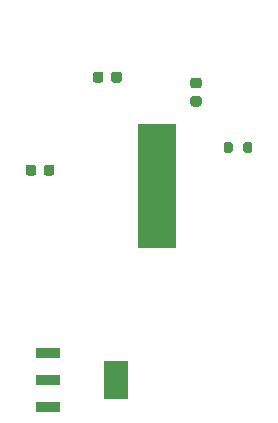
<source format=gbr>
%TF.GenerationSoftware,KiCad,Pcbnew,(5.1.9)-1*%
%TF.CreationDate,2021-02-22T18:11:05+01:00*%
%TF.ProjectId,bluePillG,626c7565-5069-46c6-9c47-2e6b69636164,rev?*%
%TF.SameCoordinates,Original*%
%TF.FileFunction,Paste,Bot*%
%TF.FilePolarity,Positive*%
%FSLAX46Y46*%
G04 Gerber Fmt 4.6, Leading zero omitted, Abs format (unit mm)*
G04 Created by KiCad (PCBNEW (5.1.9)-1) date 2021-02-22 18:11:05*
%MOMM*%
%LPD*%
G01*
G04 APERTURE LIST*
%ADD10R,2.150000X3.250000*%
%ADD11R,2.150000X0.950000*%
%ADD12R,3.200000X10.500000*%
G04 APERTURE END LIST*
D10*
%TO.C,U1*%
X68940000Y-88900000D03*
D11*
X63140000Y-91200000D03*
X63140000Y-88900000D03*
X63140000Y-86600000D03*
%TD*%
D12*
%TO.C,Y1*%
X72390000Y-72504000D03*
%TD*%
%TO.C,R6*%
G36*
G01*
X78822500Y-68940000D02*
X78822500Y-69490000D01*
G75*
G02*
X78622500Y-69690000I-200000J0D01*
G01*
X78222500Y-69690000D01*
G75*
G02*
X78022500Y-69490000I0J200000D01*
G01*
X78022500Y-68940000D01*
G75*
G02*
X78222500Y-68740000I200000J0D01*
G01*
X78622500Y-68740000D01*
G75*
G02*
X78822500Y-68940000I0J-200000D01*
G01*
G37*
G36*
G01*
X80472500Y-68940000D02*
X80472500Y-69490000D01*
G75*
G02*
X80272500Y-69690000I-200000J0D01*
G01*
X79872500Y-69690000D01*
G75*
G02*
X79672500Y-69490000I0J200000D01*
G01*
X79672500Y-68940000D01*
G75*
G02*
X79872500Y-68740000I200000J0D01*
G01*
X80272500Y-68740000D01*
G75*
G02*
X80472500Y-68940000I0J-200000D01*
G01*
G37*
%TD*%
%TO.C,C13*%
G36*
G01*
X62159000Y-70870000D02*
X62159000Y-71370000D01*
G75*
G02*
X61934000Y-71595000I-225000J0D01*
G01*
X61484000Y-71595000D01*
G75*
G02*
X61259000Y-71370000I0J225000D01*
G01*
X61259000Y-70870000D01*
G75*
G02*
X61484000Y-70645000I225000J0D01*
G01*
X61934000Y-70645000D01*
G75*
G02*
X62159000Y-70870000I0J-225000D01*
G01*
G37*
G36*
G01*
X63709000Y-70870000D02*
X63709000Y-71370000D01*
G75*
G02*
X63484000Y-71595000I-225000J0D01*
G01*
X63034000Y-71595000D01*
G75*
G02*
X62809000Y-71370000I0J225000D01*
G01*
X62809000Y-70870000D01*
G75*
G02*
X63034000Y-70645000I225000J0D01*
G01*
X63484000Y-70645000D01*
G75*
G02*
X63709000Y-70870000I0J-225000D01*
G01*
G37*
%TD*%
%TO.C,C5*%
G36*
G01*
X67861000Y-62996000D02*
X67861000Y-63496000D01*
G75*
G02*
X67636000Y-63721000I-225000J0D01*
G01*
X67186000Y-63721000D01*
G75*
G02*
X66961000Y-63496000I0J225000D01*
G01*
X66961000Y-62996000D01*
G75*
G02*
X67186000Y-62771000I225000J0D01*
G01*
X67636000Y-62771000D01*
G75*
G02*
X67861000Y-62996000I0J-225000D01*
G01*
G37*
G36*
G01*
X69411000Y-62996000D02*
X69411000Y-63496000D01*
G75*
G02*
X69186000Y-63721000I-225000J0D01*
G01*
X68736000Y-63721000D01*
G75*
G02*
X68511000Y-63496000I0J225000D01*
G01*
X68511000Y-62996000D01*
G75*
G02*
X68736000Y-62771000I225000J0D01*
G01*
X69186000Y-62771000D01*
G75*
G02*
X69411000Y-62996000I0J-225000D01*
G01*
G37*
%TD*%
%TO.C,C4*%
G36*
G01*
X75442000Y-64841000D02*
X75942000Y-64841000D01*
G75*
G02*
X76167000Y-65066000I0J-225000D01*
G01*
X76167000Y-65516000D01*
G75*
G02*
X75942000Y-65741000I-225000J0D01*
G01*
X75442000Y-65741000D01*
G75*
G02*
X75217000Y-65516000I0J225000D01*
G01*
X75217000Y-65066000D01*
G75*
G02*
X75442000Y-64841000I225000J0D01*
G01*
G37*
G36*
G01*
X75442000Y-63291000D02*
X75942000Y-63291000D01*
G75*
G02*
X76167000Y-63516000I0J-225000D01*
G01*
X76167000Y-63966000D01*
G75*
G02*
X75942000Y-64191000I-225000J0D01*
G01*
X75442000Y-64191000D01*
G75*
G02*
X75217000Y-63966000I0J225000D01*
G01*
X75217000Y-63516000D01*
G75*
G02*
X75442000Y-63291000I225000J0D01*
G01*
G37*
%TD*%
M02*

</source>
